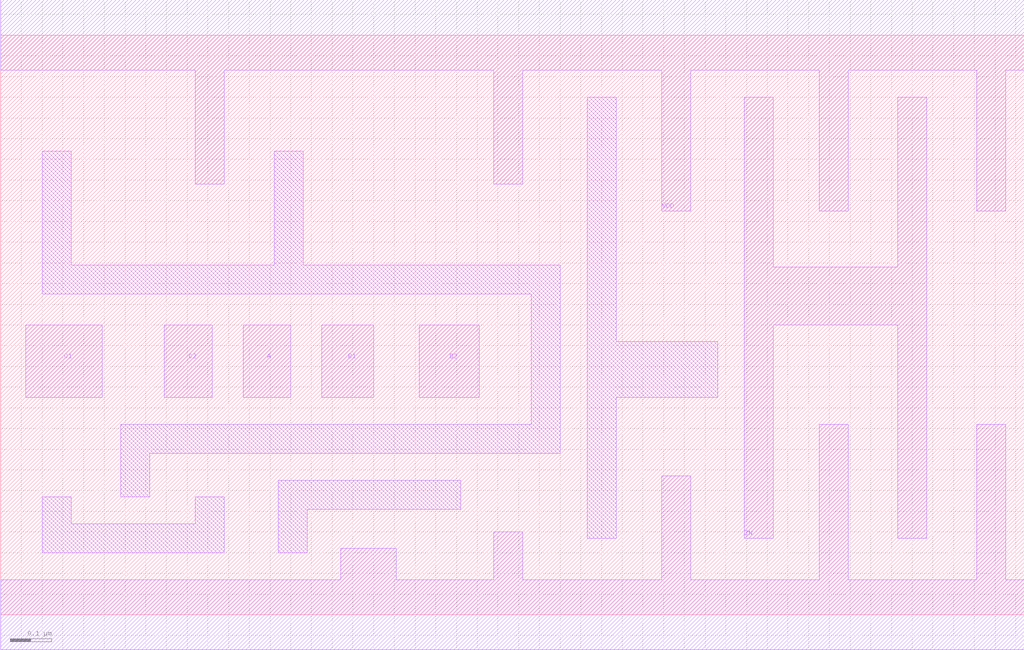
<source format=lef>
# 
# ******************************************************************************
# *                                                                            *
# *                   Copyright (C) 2004-2010, Nangate Inc.                    *
# *                           All rights reserved.                             *
# *                                                                            *
# * Nangate and the Nangate logo are trademarks of Nangate Inc.                *
# *                                                                            *
# * All trademarks, logos, software marks, and trade names (collectively the   *
# * "Marks") in this program are proprietary to Nangate or other respective    *
# * owners that have granted Nangate the right and license to use such Marks.  *
# * You are not permitted to use the Marks without the prior written consent   *
# * of Nangate or such third party that may own the Marks.                     *
# *                                                                            *
# * This file has been provided pursuant to a License Agreement containing     *
# * restrictions on its use. This file contains valuable trade secrets and     *
# * proprietary information of Nangate Inc., and is protected by U.S. and      *
# * international laws and/or treaties.                                        *
# *                                                                            *
# * The copyright notice(s) in this file does not indicate actual or intended  *
# * publication of this file.                                                  *
# *                                                                            *
# *     NGLibraryCreator, v2010.08-HR32-SP3-2010-08-05 - build 1009061800      *
# *                                                                            *
# ******************************************************************************
# 
# 
# Running on brazil06.nangate.com.br for user Giancarlo Franciscatto (gfr).
# Local time is now Fri, 3 Dec 2010, 19:32:18.
# Main process id is 27821.

VERSION 5.6 ;
BUSBITCHARS "[]" ;
DIVIDERCHAR "/" ;

MACRO OAI221_X4
  CLASS core ;
  FOREIGN OAI221_X4 0.0 0.0 ;
  ORIGIN 0 0 ;
  SYMMETRY X Y ;
  SITE FreePDK45_38x28_10R_NP_162NW_34O ;
  SIZE 2.47 BY 1.4 ;
  PIN A
    DIRECTION INPUT ;
    ANTENNAPARTIALMETALAREA 0.020125 LAYER metal1 ;
    ANTENNAPARTIALMETALSIDEAREA 0.0754 LAYER metal1 ;
    ANTENNAGATEAREA 0.05225 ;
    PORT
      LAYER metal1 ;
        POLYGON 0.585 0.525 0.7 0.525 0.7 0.7 0.585 0.7  ;
    END
  END A
  PIN B1
    DIRECTION INPUT ;
    ANTENNAPARTIALMETALAREA 0.021875 LAYER metal1 ;
    ANTENNAPARTIALMETALSIDEAREA 0.078 LAYER metal1 ;
    ANTENNAGATEAREA 0.05225 ;
    PORT
      LAYER metal1 ;
        POLYGON 0.775 0.525 0.9 0.525 0.9 0.7 0.775 0.7  ;
    END
  END B1
  PIN B2
    DIRECTION INPUT ;
    ANTENNAPARTIALMETALAREA 0.025375 LAYER metal1 ;
    ANTENNAPARTIALMETALSIDEAREA 0.0832 LAYER metal1 ;
    ANTENNAGATEAREA 0.05225 ;
    PORT
      LAYER metal1 ;
        POLYGON 1.01 0.525 1.155 0.525 1.155 0.7 1.01 0.7  ;
    END
  END B2
  PIN C1
    DIRECTION INPUT ;
    ANTENNAPARTIALMETALAREA 0.032375 LAYER metal1 ;
    ANTENNAPARTIALMETALSIDEAREA 0.0936 LAYER metal1 ;
    ANTENNAGATEAREA 0.05225 ;
    PORT
      LAYER metal1 ;
        POLYGON 0.06 0.525 0.245 0.525 0.245 0.7 0.06 0.7  ;
    END
  END C1
  PIN C2
    DIRECTION INPUT ;
    ANTENNAPARTIALMETALAREA 0.020125 LAYER metal1 ;
    ANTENNAPARTIALMETALSIDEAREA 0.0754 LAYER metal1 ;
    ANTENNAGATEAREA 0.05225 ;
    PORT
      LAYER metal1 ;
        POLYGON 0.395 0.525 0.51 0.525 0.51 0.7 0.395 0.7  ;
    END
  END C2
  PIN ZN
    DIRECTION OUTPUT ;
    ANTENNAPARTIALMETALAREA 0.1911 LAYER metal1 ;
    ANTENNAPARTIALMETALSIDEAREA 0.6318 LAYER metal1 ;
    ANTENNADIFFAREA 0.2926 ;
    PORT
      LAYER metal1 ;
        POLYGON 1.795 0.185 1.865 0.185 1.865 0.7 2.165 0.7 2.165 0.185 2.235 0.185 2.235 1.25 2.165 1.25 2.165 0.84 1.865 0.84 1.865 1.25 1.795 1.25  ;
    END
  END ZN
  PIN VDD
    DIRECTION INOUT ;
    USE power ;
    SHAPE ABUTMENT ;
    PORT
      LAYER metal1 ;
        POLYGON 0 1.315 0.47 1.315 0.47 1.04 0.54 1.04 0.54 1.315 1.19 1.315 1.19 1.04 1.26 1.04 1.26 1.315 1.35 1.315 1.595 1.315 1.595 0.975 1.665 0.975 1.665 1.315 1.73 1.315 1.975 1.315 1.975 0.975 2.045 0.975 2.045 1.315 2.355 1.315 2.355 0.975 2.425 0.975 2.425 1.315 2.47 1.315 2.47 1.485 1.73 1.485 1.35 1.485 0 1.485  ;
    END
  END VDD
  PIN VSS
    DIRECTION INOUT ;
    USE ground ;
    SHAPE ABUTMENT ;
    PORT
      LAYER metal1 ;
        POLYGON 0 -0.085 2.47 -0.085 2.47 0.085 2.425 0.085 2.425 0.46 2.355 0.46 2.355 0.085 2.045 0.085 2.045 0.46 1.975 0.46 1.975 0.085 1.665 0.085 1.665 0.335 1.595 0.335 1.595 0.085 1.26 0.085 1.26 0.2 1.19 0.2 1.19 0.085 0.955 0.085 0.955 0.16 0.82 0.16 0.82 0.085 0 0.085  ;
    END
  END VSS
  OBS
      LAYER metal1 ;
        POLYGON 0.1 0.15 0.54 0.15 0.54 0.285 0.47 0.285 0.47 0.22 0.17 0.22 0.17 0.285 0.1 0.285  ;
        POLYGON 0.67 0.15 0.74 0.15 0.74 0.255 1.11 0.255 1.11 0.325 0.67 0.325  ;
        POLYGON 0.1 0.775 1.28 0.775 1.28 0.46 0.29 0.46 0.29 0.285 0.36 0.285 0.36 0.39 1.35 0.39 1.35 0.845 0.73 0.845 0.73 1.12 0.66 1.12 0.66 0.845 0.17 0.845 0.17 1.12 0.1 1.12  ;
        POLYGON 1.415 0.185 1.485 0.185 1.485 0.525 1.73 0.525 1.73 0.66 1.485 0.66 1.485 1.25 1.415 1.25  ;
  END
END OAI221_X4

END LIBRARY
#
# End of file
#

</source>
